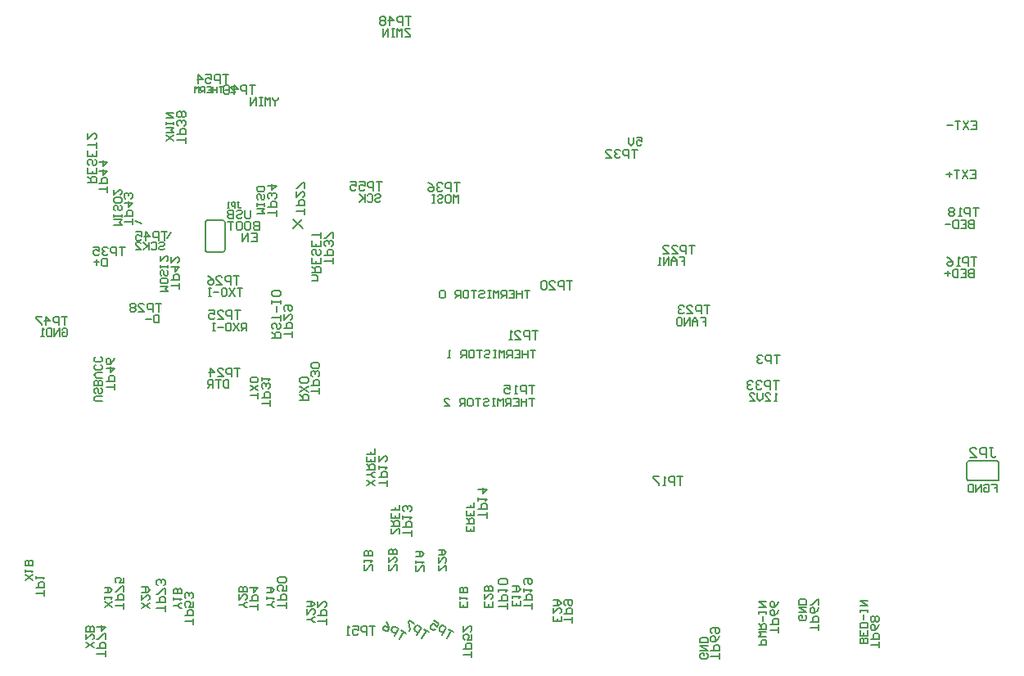
<source format=gbo>
G04 Layer_Color=32896*
%FSLAX25Y25*%
%MOIN*%
G70*
G01*
G75*
%ADD12C,0.00800*%
%ADD64C,0.00700*%
%ADD140C,0.00600*%
%ADD141C,0.00500*%
G54D12*
X119700Y193600D02*
X123600Y189700D01*
X119600D02*
X123500Y193600D01*
X68400Y185900D02*
X70100Y188200D01*
X55300Y192800D02*
X57900Y191900D01*
G54D64*
X403334Y100399D02*
X404667D01*
X404001D01*
Y97066D01*
X404667Y96400D01*
X405334D01*
X406000Y97066D01*
X402001Y96400D02*
Y100399D01*
X400002D01*
X399336Y99732D01*
Y98399D01*
X400002Y97733D01*
X402001D01*
X395337Y96400D02*
X398003D01*
X395337Y99066D01*
Y99732D01*
X396003Y100399D01*
X397336D01*
X398003Y99732D01*
G54D140*
X90894Y180016D02*
X91601Y180309D01*
X91894Y181016D01*
Y192016D02*
X91601Y192723D01*
X90894Y193016D01*
X84894D02*
X84187Y192723D01*
X83894Y192016D01*
Y181016D02*
X84187Y180309D01*
X84894Y180016D01*
X394175Y87975D02*
X394468Y87268D01*
X395175Y86975D01*
X406175D02*
X406882Y87268D01*
X407175Y87975D01*
Y93975D02*
X406882Y94682D01*
X406175Y94975D01*
X395175D02*
X394468Y94682D01*
X394175Y93975D01*
X83894Y181016D02*
Y192016D01*
X84894Y193016D02*
X90894D01*
X84894Y180016D02*
X90894D01*
X91894Y181016D02*
Y192016D01*
X395175Y94975D02*
X406175D01*
X407175Y87975D02*
Y93975D01*
X394175Y87975D02*
Y93975D01*
X395175Y86975D02*
X406175D01*
X155900Y208699D02*
X153567D01*
X154734D01*
Y205200D01*
X152401D02*
Y208699D01*
X150652D01*
X150069Y208116D01*
Y206949D01*
X150652Y206366D01*
X152401D01*
X146570Y208699D02*
X148902D01*
Y206949D01*
X147736Y207533D01*
X147153D01*
X146570Y206949D01*
Y205783D01*
X147153Y205200D01*
X148319D01*
X148902Y205783D01*
X143071Y208699D02*
X145403D01*
Y206949D01*
X144237Y207533D01*
X143654D01*
X143071Y206949D01*
Y205783D01*
X143654Y205200D01*
X144820D01*
X145403Y205783D01*
X93400Y252299D02*
X91067D01*
X92234D01*
Y248800D01*
X89901D02*
Y252299D01*
X88152D01*
X87569Y251716D01*
Y250549D01*
X88152Y249966D01*
X89901D01*
X84070Y252299D02*
X86402D01*
Y250549D01*
X85236Y251133D01*
X84653D01*
X84070Y250549D01*
Y249383D01*
X84653Y248800D01*
X85819D01*
X86402Y249383D01*
X81154Y248800D02*
Y252299D01*
X82903Y250549D01*
X80571D01*
X51300Y182199D02*
X48967D01*
X50134D01*
Y178700D01*
X47801D02*
Y182199D01*
X46052D01*
X45469Y181616D01*
Y180449D01*
X46052Y179866D01*
X47801D01*
X44302Y181616D02*
X43719Y182199D01*
X42553D01*
X41970Y181616D01*
Y181033D01*
X42553Y180449D01*
X43136D01*
X42553D01*
X41970Y179866D01*
Y179283D01*
X42553Y178700D01*
X43719D01*
X44302Y179283D01*
X38471Y182199D02*
X40803D01*
Y180449D01*
X39637Y181033D01*
X39054D01*
X38471Y180449D01*
Y179283D01*
X39054Y178700D01*
X40220D01*
X40803Y179283D01*
X66100Y159199D02*
X63767D01*
X64934D01*
Y155700D01*
X62601D02*
Y159199D01*
X60852D01*
X60269Y158616D01*
Y157449D01*
X60852Y156866D01*
X62601D01*
X56770Y155700D02*
X59102D01*
X56770Y158033D01*
Y158616D01*
X57353Y159199D01*
X58519D01*
X59102Y158616D01*
X55603D02*
X55020Y159199D01*
X53854D01*
X53271Y158616D01*
Y158033D01*
X53854Y157449D01*
X53271Y156866D01*
Y156283D01*
X53854Y155700D01*
X55020D01*
X55603Y156283D01*
Y156866D01*
X55020Y157449D01*
X55603Y158033D01*
Y158616D01*
X55020Y157449D02*
X53854D01*
X124399Y195500D02*
Y197833D01*
Y196666D01*
X120900D01*
Y198999D02*
X124399D01*
Y200748D01*
X123816Y201331D01*
X122649D01*
X122066Y200748D01*
Y198999D01*
X120900Y204830D02*
Y202498D01*
X123233Y204830D01*
X123816D01*
X124399Y204247D01*
Y203081D01*
X123816Y202498D01*
X124399Y205997D02*
Y208329D01*
X123816D01*
X121483Y205997D01*
X120900D01*
X198699Y71900D02*
Y74233D01*
Y73066D01*
X195200D01*
Y75399D02*
X198699D01*
Y77148D01*
X198116Y77731D01*
X196949D01*
X196366Y77148D01*
Y75399D01*
X195200Y78898D02*
Y80064D01*
Y79481D01*
X198699D01*
X198116Y78898D01*
X195200Y83563D02*
X198699D01*
X196949Y81814D01*
Y84146D01*
X167999Y64500D02*
Y66833D01*
Y65666D01*
X164500D01*
Y67999D02*
X167999D01*
Y69748D01*
X167416Y70331D01*
X166249D01*
X165666Y69748D01*
Y67999D01*
X164500Y71498D02*
Y72664D01*
Y72081D01*
X167999D01*
X167416Y71498D01*
Y74414D02*
X167999Y74997D01*
Y76163D01*
X167416Y76746D01*
X166833D01*
X166249Y76163D01*
Y75580D01*
Y76163D01*
X165666Y76746D01*
X165083D01*
X164500Y76163D01*
Y74997D01*
X165083Y74414D01*
X158099Y84800D02*
Y87133D01*
Y85966D01*
X154600D01*
Y88299D02*
X158099D01*
Y90048D01*
X157516Y90631D01*
X156349D01*
X155766Y90048D01*
Y88299D01*
X154600Y91798D02*
Y92964D01*
Y92381D01*
X158099D01*
X157516Y91798D01*
X154600Y97046D02*
Y94713D01*
X156933Y97046D01*
X157516D01*
X158099Y96463D01*
Y95297D01*
X157516Y94713D01*
X67699Y33800D02*
Y36133D01*
Y34966D01*
X64200D01*
Y37299D02*
X67699D01*
Y39048D01*
X67116Y39632D01*
X65949D01*
X65366Y39048D01*
Y37299D01*
X67699Y40798D02*
Y43130D01*
X67116D01*
X64783Y40798D01*
X64200D01*
X67116Y44297D02*
X67699Y44880D01*
Y46046D01*
X67116Y46629D01*
X66533D01*
X65949Y46046D01*
Y45463D01*
Y46046D01*
X65366Y46629D01*
X64783D01*
X64200Y46046D01*
Y44880D01*
X64783Y44297D01*
X43299Y15300D02*
Y17633D01*
Y16466D01*
X39800D01*
Y18799D02*
X43299D01*
Y20548D01*
X42716Y21132D01*
X41549D01*
X40966Y20548D01*
Y18799D01*
X43299Y22298D02*
Y24630D01*
X42716D01*
X40383Y22298D01*
X39800D01*
Y27546D02*
X43299D01*
X41549Y25797D01*
Y28129D01*
X50774Y34775D02*
Y37107D01*
Y35941D01*
X47275D01*
Y38274D02*
X50774D01*
Y40023D01*
X50191Y40606D01*
X49024D01*
X48441Y40023D01*
Y38274D01*
X50774Y41772D02*
Y44105D01*
X50191D01*
X47858Y41772D01*
X47275D01*
X50774Y47604D02*
Y45271D01*
X49024D01*
X49607Y46438D01*
Y47021D01*
X49024Y47604D01*
X47858D01*
X47275Y47021D01*
Y45855D01*
X47858Y45271D01*
X260000Y221899D02*
X257667D01*
X258834D01*
Y218400D01*
X256501D02*
Y221899D01*
X254752D01*
X254169Y221316D01*
Y220149D01*
X254752Y219566D01*
X256501D01*
X253002Y221316D02*
X252419Y221899D01*
X251253D01*
X250670Y221316D01*
Y220733D01*
X251253Y220149D01*
X251836D01*
X251253D01*
X250670Y219566D01*
Y218983D01*
X251253Y218400D01*
X252419D01*
X253002Y218983D01*
X247171Y218400D02*
X249503D01*
X247171Y220733D01*
Y221316D01*
X247754Y221899D01*
X248920D01*
X249503Y221316D01*
X110399Y117400D02*
Y119733D01*
Y118566D01*
X106900D01*
Y120899D02*
X110399D01*
Y122648D01*
X109816Y123231D01*
X108649D01*
X108066Y122648D01*
Y120899D01*
X109816Y124398D02*
X110399Y124981D01*
Y126147D01*
X109816Y126730D01*
X109233D01*
X108649Y126147D01*
Y125564D01*
Y126147D01*
X108066Y126730D01*
X107483D01*
X106900Y126147D01*
Y124981D01*
X107483Y124398D01*
X106900Y127897D02*
Y129063D01*
Y128480D01*
X110399D01*
X109816Y127897D01*
X130499Y122300D02*
Y124633D01*
Y123466D01*
X127000D01*
Y125799D02*
X130499D01*
Y127548D01*
X129916Y128131D01*
X128749D01*
X128166Y127548D01*
Y125799D01*
X129916Y129298D02*
X130499Y129881D01*
Y131047D01*
X129916Y131630D01*
X129333D01*
X128749Y131047D01*
Y130464D01*
Y131047D01*
X128166Y131630D01*
X127583D01*
X127000Y131047D01*
Y129881D01*
X127583Y129298D01*
X129916Y132797D02*
X130499Y133380D01*
Y134546D01*
X129916Y135129D01*
X127583D01*
X127000Y134546D01*
Y133380D01*
X127583Y132797D01*
X129916D01*
X119399Y145600D02*
Y147933D01*
Y146766D01*
X115900D01*
Y149099D02*
X119399D01*
Y150848D01*
X118816Y151431D01*
X117649D01*
X117066Y150848D01*
Y149099D01*
X115900Y154930D02*
Y152598D01*
X118233Y154930D01*
X118816D01*
X119399Y154347D01*
Y153181D01*
X118816Y152598D01*
X116483Y156097D02*
X115900Y156680D01*
Y157846D01*
X116483Y158429D01*
X118816D01*
X119399Y157846D01*
Y156680D01*
X118816Y156097D01*
X118233D01*
X117649Y156680D01*
Y158429D01*
X97800Y170399D02*
X95467D01*
X96634D01*
Y166900D01*
X94301D02*
Y170399D01*
X92552D01*
X91969Y169816D01*
Y168649D01*
X92552Y168066D01*
X94301D01*
X88470Y166900D02*
X90802D01*
X88470Y169233D01*
Y169816D01*
X89053Y170399D01*
X90219D01*
X90802Y169816D01*
X84971Y170399D02*
X86137Y169816D01*
X87303Y168649D01*
Y167483D01*
X86720Y166900D01*
X85554D01*
X84971Y167483D01*
Y168066D01*
X85554Y168649D01*
X87303D01*
X98300Y156399D02*
X95967D01*
X97134D01*
Y152900D01*
X94801D02*
Y156399D01*
X93052D01*
X92469Y155816D01*
Y154649D01*
X93052Y154066D01*
X94801D01*
X88970Y152900D02*
X91302D01*
X88970Y155233D01*
Y155816D01*
X89553Y156399D01*
X90719D01*
X91302Y155816D01*
X85471Y156399D02*
X87803D01*
Y154649D01*
X86637Y155233D01*
X86054D01*
X85471Y154649D01*
Y153483D01*
X86054Y152900D01*
X87220D01*
X87803Y153483D01*
X98200Y132799D02*
X95867D01*
X97034D01*
Y129300D01*
X94701D02*
Y132799D01*
X92952D01*
X92369Y132216D01*
Y131049D01*
X92952Y130466D01*
X94701D01*
X88870Y129300D02*
X91202D01*
X88870Y131633D01*
Y132216D01*
X89453Y132799D01*
X90619D01*
X91202Y132216D01*
X85954Y129300D02*
Y132799D01*
X87703Y131049D01*
X85371D01*
X399000Y198199D02*
X396667D01*
X397834D01*
Y194700D01*
X395501D02*
Y198199D01*
X393752D01*
X393169Y197616D01*
Y196449D01*
X393752Y195866D01*
X395501D01*
X392002Y194700D02*
X390836D01*
X391419D01*
Y198199D01*
X392002Y197616D01*
X389087D02*
X388503Y198199D01*
X387337D01*
X386754Y197616D01*
Y197033D01*
X387337Y196449D01*
X386754Y195866D01*
Y195283D01*
X387337Y194700D01*
X388503D01*
X389087Y195283D01*
Y195866D01*
X388503Y196449D01*
X389087Y197033D01*
Y197616D01*
X388503Y196449D02*
X387337D01*
X278500Y88699D02*
X276167D01*
X277334D01*
Y85200D01*
X275001D02*
Y88699D01*
X273252D01*
X272669Y88116D01*
Y86949D01*
X273252Y86366D01*
X275001D01*
X271502Y85200D02*
X270336D01*
X270919D01*
Y88699D01*
X271502Y88116D01*
X268586Y88699D02*
X266254D01*
Y88116D01*
X268586Y85783D01*
Y85200D01*
X398200Y177999D02*
X395867D01*
X397034D01*
Y174500D01*
X394701D02*
Y177999D01*
X392952D01*
X392369Y177416D01*
Y176249D01*
X392952Y175666D01*
X394701D01*
X391202Y174500D02*
X390036D01*
X390619D01*
Y177999D01*
X391202Y177416D01*
X385954Y177999D02*
X387120Y177416D01*
X388286Y176249D01*
Y175083D01*
X387703Y174500D01*
X386537D01*
X385954Y175083D01*
Y175666D01*
X386537Y176249D01*
X388286D01*
X318000Y138199D02*
X315667D01*
X316834D01*
Y134700D01*
X314501D02*
Y138199D01*
X312752D01*
X312169Y137616D01*
Y136449D01*
X312752Y135866D01*
X314501D01*
X311002Y137616D02*
X310419Y138199D01*
X309253D01*
X308670Y137616D01*
Y137033D01*
X309253Y136449D01*
X309836D01*
X309253D01*
X308670Y135866D01*
Y135283D01*
X309253Y134700D01*
X310419D01*
X311002Y135283D01*
X219400Y148099D02*
X217067D01*
X218234D01*
Y144600D01*
X215901D02*
Y148099D01*
X214152D01*
X213569Y147516D01*
Y146349D01*
X214152Y145766D01*
X215901D01*
X210070Y144600D02*
X212402D01*
X210070Y146933D01*
Y147516D01*
X210653Y148099D01*
X211819D01*
X212402Y147516D01*
X208903Y144600D02*
X207737D01*
X208320D01*
Y148099D01*
X208903Y147516D01*
X233500Y168299D02*
X231167D01*
X232334D01*
Y164800D01*
X230001D02*
Y168299D01*
X228252D01*
X227669Y167716D01*
Y166549D01*
X228252Y165966D01*
X230001D01*
X224170Y164800D02*
X226502D01*
X224170Y167133D01*
Y167716D01*
X224753Y168299D01*
X225919D01*
X226502Y167716D01*
X223003D02*
X222420Y168299D01*
X221254D01*
X220671Y167716D01*
Y165383D01*
X221254Y164800D01*
X222420D01*
X223003Y165383D01*
Y167716D01*
X218100Y125899D02*
X215767D01*
X216934D01*
Y122400D01*
X214601D02*
Y125899D01*
X212852D01*
X212269Y125316D01*
Y124149D01*
X212852Y123566D01*
X214601D01*
X211102Y122400D02*
X209936D01*
X210519D01*
Y125899D01*
X211102Y125316D01*
X205854Y125899D02*
X208187D01*
Y124149D01*
X207020Y124733D01*
X206437D01*
X205854Y124149D01*
Y122983D01*
X206437Y122400D01*
X207603D01*
X208187Y122983D01*
X112899Y194900D02*
Y197233D01*
Y196066D01*
X109400D01*
Y198399D02*
X112899D01*
Y200148D01*
X112316Y200731D01*
X111149D01*
X110566Y200148D01*
Y198399D01*
X112316Y201898D02*
X112899Y202481D01*
Y203647D01*
X112316Y204230D01*
X111733D01*
X111149Y203647D01*
Y203064D01*
Y203647D01*
X110566Y204230D01*
X109983D01*
X109400Y203647D01*
Y202481D01*
X109983Y201898D01*
X109400Y207146D02*
X112899D01*
X111149Y205397D01*
Y207729D01*
X187600Y208299D02*
X185267D01*
X186434D01*
Y204800D01*
X184101D02*
Y208299D01*
X182352D01*
X181769Y207716D01*
Y206549D01*
X182352Y205966D01*
X184101D01*
X180602Y207716D02*
X180019Y208299D01*
X178853D01*
X178270Y207716D01*
Y207133D01*
X178853Y206549D01*
X179436D01*
X178853D01*
X178270Y205966D01*
Y205383D01*
X178853Y204800D01*
X180019D01*
X180602Y205383D01*
X174771Y208299D02*
X175937Y207716D01*
X177103Y206549D01*
Y205383D01*
X176520Y204800D01*
X175354D01*
X174771Y205383D01*
Y205966D01*
X175354Y206549D01*
X177103D01*
X135999Y175400D02*
Y177733D01*
Y176566D01*
X132500D01*
Y178899D02*
X135999D01*
Y180648D01*
X135416Y181231D01*
X134249D01*
X133666Y180648D01*
Y178899D01*
X135416Y182398D02*
X135999Y182981D01*
Y184147D01*
X135416Y184730D01*
X134833D01*
X134249Y184147D01*
Y183564D01*
Y184147D01*
X133666Y184730D01*
X133083D01*
X132500Y184147D01*
Y182981D01*
X133083Y182398D01*
X135999Y185897D02*
Y188229D01*
X135416D01*
X133083Y185897D01*
X132500D01*
X75999Y224500D02*
Y226833D01*
Y225666D01*
X72500D01*
Y227999D02*
X75999D01*
Y229748D01*
X75416Y230331D01*
X74249D01*
X73666Y229748D01*
Y227999D01*
X75416Y231498D02*
X75999Y232081D01*
Y233247D01*
X75416Y233830D01*
X74833D01*
X74249Y233247D01*
Y232664D01*
Y233247D01*
X73666Y233830D01*
X73083D01*
X72500Y233247D01*
Y232081D01*
X73083Y231498D01*
X75416Y234997D02*
X75999Y235580D01*
Y236746D01*
X75416Y237329D01*
X74833D01*
X74249Y236746D01*
X73666Y237329D01*
X73083D01*
X72500Y236746D01*
Y235580D01*
X73083Y234997D01*
X73666D01*
X74249Y235580D01*
X74833Y234997D01*
X75416D01*
X74249Y235580D02*
Y236746D01*
X104300Y248099D02*
X101967D01*
X103134D01*
Y244600D01*
X100801D02*
Y248099D01*
X99052D01*
X98469Y247516D01*
Y246349D01*
X99052Y245766D01*
X100801D01*
X95553Y244600D02*
Y248099D01*
X97302Y246349D01*
X94970D01*
X93803Y247516D02*
X93220Y248099D01*
X92054D01*
X91471Y247516D01*
Y245183D01*
X92054Y244600D01*
X93220D01*
X93803Y245183D01*
Y247516D01*
X73399Y165200D02*
Y167533D01*
Y166366D01*
X69900D01*
Y168699D02*
X73399D01*
Y170448D01*
X72816Y171031D01*
X71649D01*
X71066Y170448D01*
Y168699D01*
X69900Y173947D02*
X73399D01*
X71649Y172198D01*
Y174530D01*
X69900Y178029D02*
Y175697D01*
X72233Y178029D01*
X72816D01*
X73399Y177446D01*
Y176280D01*
X72816Y175697D01*
X54399Y191400D02*
Y193733D01*
Y192566D01*
X50900D01*
Y194899D02*
X54399D01*
Y196648D01*
X53816Y197231D01*
X52649D01*
X52066Y196648D01*
Y194899D01*
X50900Y200147D02*
X54399D01*
X52649Y198398D01*
Y200730D01*
X53816Y201897D02*
X54399Y202480D01*
Y203646D01*
X53816Y204229D01*
X53233D01*
X52649Y203646D01*
Y203063D01*
Y203646D01*
X52066Y204229D01*
X51483D01*
X50900Y203646D01*
Y202480D01*
X51483Y201897D01*
X44199Y204500D02*
Y206833D01*
Y205666D01*
X40700D01*
Y207999D02*
X44199D01*
Y209748D01*
X43616Y210331D01*
X42449D01*
X41866Y209748D01*
Y207999D01*
X40700Y213247D02*
X44199D01*
X42449Y211498D01*
Y213830D01*
X40700Y216746D02*
X44199D01*
X42449Y214997D01*
Y217329D01*
X68400Y188299D02*
X66067D01*
X67234D01*
Y184800D01*
X64901D02*
Y188299D01*
X63152D01*
X62569Y187716D01*
Y186549D01*
X63152Y185966D01*
X64901D01*
X59653Y184800D02*
Y188299D01*
X61402Y186549D01*
X59070D01*
X55571Y188299D02*
X57903D01*
Y186549D01*
X56737Y187133D01*
X56154D01*
X55571Y186549D01*
Y185383D01*
X56154Y184800D01*
X57320D01*
X57903Y185383D01*
X47099Y124100D02*
Y126433D01*
Y125266D01*
X43600D01*
Y127599D02*
X47099D01*
Y129348D01*
X46516Y129931D01*
X45349D01*
X44766Y129348D01*
Y127599D01*
X43600Y132847D02*
X47099D01*
X45349Y131098D01*
Y133430D01*
X47099Y136929D02*
X46516Y135763D01*
X45349Y134597D01*
X44183D01*
X43600Y135180D01*
Y136346D01*
X44183Y136929D01*
X44766D01*
X45349Y136346D01*
Y134597D01*
X27800Y153799D02*
X25467D01*
X26634D01*
Y150300D01*
X24301D02*
Y153799D01*
X22552D01*
X21969Y153216D01*
Y152049D01*
X22552Y151466D01*
X24301D01*
X19053Y150300D02*
Y153799D01*
X20802Y152049D01*
X18470D01*
X17303Y153799D02*
X14971D01*
Y153216D01*
X17303Y150883D01*
Y150300D01*
X167800Y276099D02*
X165467D01*
X166634D01*
Y272600D01*
X164301D02*
Y276099D01*
X162552D01*
X161969Y275516D01*
Y274349D01*
X162552Y273766D01*
X164301D01*
X159053Y272600D02*
Y276099D01*
X160802Y274349D01*
X158470D01*
X157303Y275516D02*
X156720Y276099D01*
X155554D01*
X154971Y275516D01*
Y274933D01*
X155554Y274349D01*
X154971Y273766D01*
Y273183D01*
X155554Y272600D01*
X156720D01*
X157303Y273183D01*
Y273766D01*
X156720Y274349D01*
X157303Y274933D01*
Y275516D01*
X156720Y274349D02*
X155554D01*
X317499Y25100D02*
Y27433D01*
Y26266D01*
X314000D01*
Y28599D02*
X317499D01*
Y30348D01*
X316916Y30931D01*
X315749D01*
X315166Y30348D01*
Y28599D01*
X317499Y34430D02*
X316916Y33264D01*
X315749Y32098D01*
X314583D01*
X314000Y32681D01*
Y33847D01*
X314583Y34430D01*
X315166D01*
X315749Y33847D01*
Y32098D01*
X317499Y37929D02*
X316916Y36763D01*
X315749Y35597D01*
X314583D01*
X314000Y36180D01*
Y37346D01*
X314583Y37929D01*
X315166D01*
X315749Y37346D01*
Y35597D01*
X333799Y26000D02*
Y28333D01*
Y27166D01*
X330300D01*
Y29499D02*
X333799D01*
Y31248D01*
X333216Y31831D01*
X332049D01*
X331466Y31248D01*
Y29499D01*
X333799Y35330D02*
X333216Y34164D01*
X332049Y32998D01*
X330883D01*
X330300Y33581D01*
Y34747D01*
X330883Y35330D01*
X331466D01*
X332049Y34747D01*
Y32998D01*
X333799Y36497D02*
Y38829D01*
X333216D01*
X330883Y36497D01*
X330300D01*
X358399Y19100D02*
Y21433D01*
Y20266D01*
X354900D01*
Y22599D02*
X358399D01*
Y24348D01*
X357816Y24931D01*
X356649D01*
X356066Y24348D01*
Y22599D01*
X358399Y28430D02*
X357816Y27264D01*
X356649Y26098D01*
X355483D01*
X354900Y26681D01*
Y27847D01*
X355483Y28430D01*
X356066D01*
X356649Y27847D01*
Y26098D01*
X357816Y29597D02*
X358399Y30180D01*
Y31346D01*
X357816Y31929D01*
X357233D01*
X356649Y31346D01*
X356066Y31929D01*
X355483D01*
X354900Y31346D01*
Y30180D01*
X355483Y29597D01*
X356066D01*
X356649Y30180D01*
X357233Y29597D01*
X357816D01*
X356649Y30180D02*
Y31346D01*
X293299Y14300D02*
Y16633D01*
Y15466D01*
X289800D01*
Y17799D02*
X293299D01*
Y19548D01*
X292716Y20132D01*
X291549D01*
X290966Y19548D01*
Y17799D01*
X293299Y23630D02*
X292716Y22464D01*
X291549Y21298D01*
X290383D01*
X289800Y21881D01*
Y23047D01*
X290383Y23630D01*
X290966D01*
X291549Y23047D01*
Y21298D01*
X290383Y24797D02*
X289800Y25380D01*
Y26546D01*
X290383Y27129D01*
X292716D01*
X293299Y26546D01*
Y25380D01*
X292716Y24797D01*
X292133D01*
X291549Y25380D01*
Y27129D01*
X18499Y40000D02*
Y42333D01*
Y41166D01*
X15000D01*
Y43499D02*
X18499D01*
Y45248D01*
X17916Y45832D01*
X16749D01*
X16166Y45248D01*
Y43499D01*
X15000Y46998D02*
Y48164D01*
Y47581D01*
X18499D01*
X17916Y46998D01*
X133299Y28500D02*
Y30833D01*
Y29666D01*
X129800D01*
Y31999D02*
X133299D01*
Y33748D01*
X132716Y34332D01*
X131549D01*
X130966Y33748D01*
Y31999D01*
X129800Y37830D02*
Y35498D01*
X132133Y37830D01*
X132716D01*
X133299Y37247D01*
Y36081D01*
X132716Y35498D01*
X105499Y34600D02*
Y36933D01*
Y35766D01*
X102000D01*
Y38099D02*
X105499D01*
Y39848D01*
X104916Y40431D01*
X103749D01*
X103166Y39848D01*
Y38099D01*
X102000Y43347D02*
X105499D01*
X103749Y41598D01*
Y43930D01*
X116999Y35000D02*
Y37333D01*
Y36166D01*
X113500D01*
Y38499D02*
X116999D01*
Y40248D01*
X116416Y40832D01*
X115249D01*
X114666Y40248D01*
Y38499D01*
X116999Y44330D02*
Y41998D01*
X115249D01*
X115833Y43164D01*
Y43747D01*
X115249Y44330D01*
X114083D01*
X113500Y43747D01*
Y42581D01*
X114083Y41998D01*
X116416Y45497D02*
X116999Y46080D01*
Y47246D01*
X116416Y47829D01*
X114083D01*
X113500Y47246D01*
Y46080D01*
X114083Y45497D01*
X116416D01*
X79099Y28500D02*
Y30833D01*
Y29666D01*
X75600D01*
Y31999D02*
X79099D01*
Y33748D01*
X78516Y34332D01*
X77349D01*
X76766Y33748D01*
Y31999D01*
X79099Y37830D02*
Y35498D01*
X77349D01*
X77933Y36664D01*
Y37247D01*
X77349Y37830D01*
X76183D01*
X75600Y37247D01*
Y36081D01*
X76183Y35498D01*
X78516Y38997D02*
X79099Y39580D01*
Y40746D01*
X78516Y41329D01*
X77933D01*
X77349Y40746D01*
Y40163D01*
Y40746D01*
X76766Y41329D01*
X76183D01*
X75600Y40746D01*
Y39580D01*
X76183Y38997D01*
X185149Y25330D02*
X183129Y26496D01*
X184139Y25913D01*
X182390Y22883D01*
X180370Y24049D02*
X182119Y27080D01*
X180604Y27954D01*
X179808Y27741D01*
X179225Y26731D01*
X179438Y25934D01*
X180953Y25060D01*
X177069Y29995D02*
X179089Y28829D01*
X178215Y27314D01*
X177496Y28402D01*
X176991Y28694D01*
X176194Y28480D01*
X175611Y27470D01*
X175825Y26674D01*
X176835Y26090D01*
X177631Y26304D01*
X165749Y24930D02*
X163729Y26096D01*
X164739Y25513D01*
X162990Y22483D01*
X160970Y23649D02*
X162719Y26680D01*
X161204Y27554D01*
X160408Y27341D01*
X159825Y26331D01*
X160038Y25534D01*
X161553Y24659D01*
X157669Y29595D02*
X158388Y28507D01*
X158815Y26914D01*
X158231Y25904D01*
X157435Y25690D01*
X156425Y26274D01*
X156211Y27070D01*
X156503Y27575D01*
X157299Y27789D01*
X158815Y26914D01*
X174949Y25330D02*
X172929Y26496D01*
X173939Y25913D01*
X172190Y22883D01*
X170170Y24049D02*
X171919Y27080D01*
X170404Y27954D01*
X169608Y27741D01*
X169025Y26731D01*
X169238Y25934D01*
X170753Y25060D01*
X168889Y28829D02*
X166869Y29995D01*
X166578Y29490D01*
X167431Y26304D01*
X167140Y25799D01*
X153200Y27699D02*
X150867D01*
X152034D01*
Y24200D01*
X149701D02*
Y27699D01*
X147952D01*
X147369Y27116D01*
Y25949D01*
X147952Y25366D01*
X149701D01*
X143870Y27699D02*
X146202D01*
Y25949D01*
X145036Y26533D01*
X144453D01*
X143870Y25949D01*
Y24783D01*
X144453Y24200D01*
X145619D01*
X146202Y24783D01*
X142703Y24200D02*
X141537D01*
X142120D01*
Y27699D01*
X142703Y27116D01*
X233499Y29200D02*
Y31533D01*
Y30366D01*
X230000D01*
Y32699D02*
X233499D01*
Y34448D01*
X232916Y35032D01*
X231749D01*
X231166Y34448D01*
Y32699D01*
X230583Y36198D02*
X230000Y36781D01*
Y37947D01*
X230583Y38530D01*
X232916D01*
X233499Y37947D01*
Y36781D01*
X232916Y36198D01*
X232333D01*
X231749Y36781D01*
Y38530D01*
X206999Y34700D02*
Y37033D01*
Y35866D01*
X203500D01*
Y38199D02*
X206999D01*
Y39948D01*
X206416Y40532D01*
X205249D01*
X204666Y39948D01*
Y38199D01*
X203500Y41698D02*
Y42864D01*
Y42281D01*
X206999D01*
X206416Y41698D01*
Y44614D02*
X206999Y45197D01*
Y46363D01*
X206416Y46946D01*
X204083D01*
X203500Y46363D01*
Y45197D01*
X204083Y44614D01*
X206416D01*
X217099Y34900D02*
Y37233D01*
Y36066D01*
X213600D01*
Y38399D02*
X217099D01*
Y40148D01*
X216516Y40731D01*
X215349D01*
X214766Y40148D01*
Y38399D01*
X213600Y41898D02*
Y43064D01*
Y42481D01*
X217099D01*
X216516Y41898D01*
X214183Y44813D02*
X213600Y45397D01*
Y46563D01*
X214183Y47146D01*
X216516D01*
X217099Y46563D01*
Y45397D01*
X216516Y44813D01*
X215933D01*
X215349Y45397D01*
Y47146D01*
X192499Y15100D02*
Y17433D01*
Y16266D01*
X189000D01*
Y18599D02*
X192499D01*
Y20348D01*
X191916Y20932D01*
X190749D01*
X190166Y20348D01*
Y18599D01*
X192499Y24430D02*
Y22098D01*
X190749D01*
X191333Y23264D01*
Y23847D01*
X190749Y24430D01*
X189583D01*
X189000Y23847D01*
Y22681D01*
X189583Y22098D01*
X189000Y27929D02*
Y25597D01*
X191333Y27929D01*
X191916D01*
X192499Y27346D01*
Y26180D01*
X191916Y25597D01*
X283300Y182899D02*
X280967D01*
X282134D01*
Y179400D01*
X279801D02*
Y182899D01*
X278052D01*
X277469Y182316D01*
Y181149D01*
X278052Y180566D01*
X279801D01*
X273970Y179400D02*
X276302D01*
X273970Y181733D01*
Y182316D01*
X274553Y182899D01*
X275719D01*
X276302Y182316D01*
X270471Y179400D02*
X272803D01*
X270471Y181733D01*
Y182316D01*
X271054Y182899D01*
X272220D01*
X272803Y182316D01*
X289400Y158499D02*
X287067D01*
X288234D01*
Y155000D01*
X285901D02*
Y158499D01*
X284152D01*
X283569Y157916D01*
Y156749D01*
X284152Y156166D01*
X285901D01*
X280070Y155000D02*
X282402D01*
X280070Y157333D01*
Y157916D01*
X280653Y158499D01*
X281819D01*
X282402Y157916D01*
X278903D02*
X278320Y158499D01*
X277154D01*
X276571Y157916D01*
Y157333D01*
X277154Y156749D01*
X277737D01*
X277154D01*
X276571Y156166D01*
Y155583D01*
X277154Y155000D01*
X278320D01*
X278903Y155583D01*
X317600Y127699D02*
X315267D01*
X316434D01*
Y124200D01*
X314101D02*
Y127699D01*
X312352D01*
X311769Y127116D01*
Y125949D01*
X312352Y125366D01*
X314101D01*
X310602Y127116D02*
X310019Y127699D01*
X308853D01*
X308270Y127116D01*
Y126533D01*
X308853Y125949D01*
X309436D01*
X308853D01*
X308270Y125366D01*
Y124783D01*
X308853Y124200D01*
X310019D01*
X310602Y124783D01*
X307103Y127116D02*
X306520Y127699D01*
X305354D01*
X304771Y127116D01*
Y126533D01*
X305354Y125949D01*
X305937D01*
X305354D01*
X304771Y125366D01*
Y124783D01*
X305354Y124200D01*
X306520D01*
X307103Y124783D01*
X13799Y46500D02*
X10600Y48633D01*
X13799D02*
X10600Y46500D01*
Y49699D02*
Y50765D01*
Y50232D01*
X13799D01*
X13266Y49699D01*
X13799Y52365D02*
X10600D01*
Y53964D01*
X11133Y54497D01*
X11666D01*
X12200Y53964D01*
Y52365D01*
Y53964D01*
X12733Y54497D01*
X13266D01*
X13799Y53964D01*
Y52365D01*
X46099Y35600D02*
X42900Y37733D01*
X46099D02*
X42900Y35600D01*
Y38799D02*
Y39865D01*
Y39332D01*
X46099D01*
X45566Y38799D01*
X42900Y41465D02*
X45033D01*
X46099Y42531D01*
X45033Y43597D01*
X42900D01*
X44499D01*
Y41465D01*
X61399Y35100D02*
X58200Y37233D01*
X61399D02*
X58200Y35100D01*
Y40432D02*
Y38299D01*
X60333Y40432D01*
X60866D01*
X61399Y39898D01*
Y38832D01*
X60866Y38299D01*
X58200Y41498D02*
X60333D01*
X61399Y42564D01*
X60333Y43631D01*
X58200D01*
X59799D01*
Y41498D01*
X395742Y233274D02*
X397875D01*
Y230075D01*
X395742D01*
X397875Y231674D02*
X396809D01*
X394676Y233274D02*
X392543Y230075D01*
Y233274D02*
X394676Y230075D01*
X391477Y233274D02*
X389344D01*
X390410D01*
Y230075D01*
X388278Y231674D02*
X386145D01*
X395442Y213274D02*
X397575D01*
Y210075D01*
X395442D01*
X397575Y211674D02*
X396509D01*
X394376Y213274D02*
X392243Y210075D01*
Y213274D02*
X394376Y210075D01*
X391177Y213274D02*
X389044D01*
X390110D01*
Y210075D01*
X387978Y211674D02*
X385845D01*
X386912Y212741D02*
Y210608D01*
X396975Y193074D02*
Y189875D01*
X395375D01*
X394842Y190408D01*
Y190941D01*
X395375Y191474D01*
X396975D01*
X395375D01*
X394842Y192007D01*
Y192541D01*
X395375Y193074D01*
X396975D01*
X391643D02*
X393776D01*
Y189875D01*
X391643D01*
X393776Y191474D02*
X392709D01*
X390577Y193074D02*
Y189875D01*
X388977D01*
X388444Y190408D01*
Y192541D01*
X388977Y193074D01*
X390577D01*
X387378Y191474D02*
X385245D01*
X396875Y172974D02*
Y169775D01*
X395275D01*
X394742Y170308D01*
Y170841D01*
X395275Y171374D01*
X396875D01*
X395275D01*
X394742Y171907D01*
Y172441D01*
X395275Y172974D01*
X396875D01*
X391543D02*
X393676D01*
Y169775D01*
X391543D01*
X393676Y171374D02*
X392610D01*
X390477Y172974D02*
Y169775D01*
X388877D01*
X388344Y170308D01*
Y172441D01*
X388877Y172974D01*
X390477D01*
X387278Y171374D02*
X385145D01*
X386212Y172441D02*
Y170308D01*
X41899Y119300D02*
X39233D01*
X38700Y119833D01*
Y120899D01*
X39233Y121433D01*
X41899D01*
X41366Y124632D02*
X41899Y124099D01*
Y123032D01*
X41366Y122499D01*
X40833D01*
X40299Y123032D01*
Y124099D01*
X39766Y124632D01*
X39233D01*
X38700Y124099D01*
Y123032D01*
X39233Y122499D01*
X41899Y125698D02*
X38700D01*
Y127297D01*
X39233Y127831D01*
X39766D01*
X40299Y127297D01*
Y125698D01*
Y127297D01*
X40833Y127831D01*
X41366D01*
X41899Y127297D01*
Y125698D01*
Y128897D02*
X39766D01*
X38700Y129963D01*
X39766Y131029D01*
X41899D01*
X41366Y134229D02*
X41899Y133695D01*
Y132629D01*
X41366Y132096D01*
X39233D01*
X38700Y132629D01*
Y133695D01*
X39233Y134229D01*
X41366Y137427D02*
X41899Y136894D01*
Y135828D01*
X41366Y135295D01*
X39233D01*
X38700Y135828D01*
Y136894D01*
X39233Y137427D01*
X25667Y148566D02*
X26201Y149099D01*
X27267D01*
X27800Y148566D01*
Y146433D01*
X27267Y145900D01*
X26201D01*
X25667Y146433D01*
Y147500D01*
X26734D01*
X24601Y145900D02*
Y149099D01*
X22468Y145900D01*
Y149099D01*
X21402D02*
Y145900D01*
X19803D01*
X19269Y146433D01*
Y148566D01*
X19803Y149099D01*
X21402D01*
X18203Y145900D02*
X17137D01*
X17670D01*
Y149099D01*
X18203Y148566D01*
X65100Y154499D02*
Y151300D01*
X63500D01*
X62967Y151833D01*
Y153966D01*
X63500Y154499D01*
X65100D01*
X61901Y152900D02*
X59768D01*
X43900Y177599D02*
Y174400D01*
X42301D01*
X41767Y174933D01*
Y177066D01*
X42301Y177599D01*
X43900D01*
X40701Y175999D02*
X38568D01*
X39635Y177066D02*
Y174933D01*
X259567Y226699D02*
X261700D01*
Y225099D01*
X260634Y225633D01*
X260101D01*
X259567Y225099D01*
Y224033D01*
X260101Y223500D01*
X261167D01*
X261700Y224033D01*
X258501Y226699D02*
Y224566D01*
X257435Y223500D01*
X256368Y224566D01*
Y226699D01*
X187100Y200200D02*
Y203399D01*
X186034Y202333D01*
X184967Y203399D01*
Y200200D01*
X182301Y203399D02*
X183368D01*
X183901Y202866D01*
Y200733D01*
X183368Y200200D01*
X182301D01*
X181768Y200733D01*
Y202866D01*
X182301Y203399D01*
X178569Y202866D02*
X179103Y203399D01*
X180169D01*
X180702Y202866D01*
Y202333D01*
X180169Y201800D01*
X179103D01*
X178569Y201266D01*
Y200733D01*
X179103Y200200D01*
X180169D01*
X180702Y200733D01*
X177503Y203399D02*
X176437D01*
X176970D01*
Y200200D01*
X177503D01*
X176437D01*
X153167Y203166D02*
X153700Y203699D01*
X154767D01*
X155300Y203166D01*
Y202633D01*
X154767Y202099D01*
X153700D01*
X153167Y201566D01*
Y201033D01*
X153700Y200500D01*
X154767D01*
X155300Y201033D01*
X149968Y203166D02*
X150502Y203699D01*
X151568D01*
X152101Y203166D01*
Y201033D01*
X151568Y200500D01*
X150502D01*
X149968Y201033D01*
X148902Y203699D02*
Y200500D01*
Y201566D01*
X146769Y203699D01*
X148369Y202099D01*
X146769Y200500D01*
X105000Y195700D02*
X108199D01*
X107133Y196766D01*
X108199Y197833D01*
X105000D01*
X108199Y198899D02*
Y199965D01*
Y199432D01*
X105000D01*
Y198899D01*
Y199965D01*
X107666Y203697D02*
X108199Y203164D01*
Y202098D01*
X107666Y201565D01*
X107133D01*
X106599Y202098D01*
Y203164D01*
X106066Y203697D01*
X105533D01*
X105000Y203164D01*
Y202098D01*
X105533Y201565D01*
X108199Y206363D02*
Y205297D01*
X107666Y204764D01*
X105533D01*
X105000Y205297D01*
Y206363D01*
X105533Y206896D01*
X107666D01*
X108199Y206363D01*
X167400Y271099D02*
X165267D01*
Y270566D01*
X167400Y268433D01*
Y267900D01*
X165267D01*
X164201D02*
Y271099D01*
X163135Y270033D01*
X162068Y271099D01*
Y267900D01*
X161002Y271099D02*
X159936D01*
X160469D01*
Y267900D01*
X161002D01*
X159936D01*
X158336D02*
Y271099D01*
X156204Y267900D01*
Y271099D01*
X113600Y243099D02*
Y242566D01*
X112534Y241499D01*
X111467Y242566D01*
Y243099D01*
X112534Y241499D02*
Y239900D01*
X110401D02*
Y243099D01*
X109335Y242033D01*
X108268Y243099D01*
Y239900D01*
X107202Y243099D02*
X106136D01*
X106669D01*
Y239900D01*
X107202D01*
X106136D01*
X104536D02*
Y243099D01*
X102404Y239900D01*
Y243099D01*
X71199Y225600D02*
X68000Y227733D01*
X71199D02*
X68000Y225600D01*
Y228799D02*
X71199D01*
X70133Y229865D01*
X71199Y230932D01*
X68000D01*
X71199Y231998D02*
Y233064D01*
Y232531D01*
X68000D01*
Y231998D01*
Y233064D01*
Y234664D02*
X71199D01*
X68000Y236796D01*
X71199D01*
X46800Y191200D02*
X49999D01*
X48933Y192266D01*
X49999Y193333D01*
X46800D01*
X49999Y194399D02*
Y195465D01*
Y194932D01*
X46800D01*
Y194399D01*
Y195465D01*
X49466Y199197D02*
X49999Y198664D01*
Y197598D01*
X49466Y197065D01*
X48933D01*
X48399Y197598D01*
Y198664D01*
X47866Y199197D01*
X47333D01*
X46800Y198664D01*
Y197598D01*
X47333Y197065D01*
X49999Y201863D02*
Y200797D01*
X49466Y200264D01*
X47333D01*
X46800Y200797D01*
Y201863D01*
X47333Y202396D01*
X49466D01*
X49999Y201863D01*
X46800Y205595D02*
Y203463D01*
X48933Y205595D01*
X49466D01*
X49999Y205062D01*
Y203996D01*
X49466Y203463D01*
X65167Y183666D02*
X65701Y184199D01*
X66767D01*
X67300Y183666D01*
Y183133D01*
X66767Y182599D01*
X65701D01*
X65167Y182066D01*
Y181533D01*
X65701Y181000D01*
X66767D01*
X67300Y181533D01*
X61968Y183666D02*
X62502Y184199D01*
X63568D01*
X64101Y183666D01*
Y181533D01*
X63568Y181000D01*
X62502D01*
X61968Y181533D01*
X60902Y184199D02*
Y181000D01*
Y182066D01*
X58769Y184199D01*
X60369Y182599D01*
X58769Y181000D01*
X55571D02*
X57703D01*
X55571Y183133D01*
Y183666D01*
X56104Y184199D01*
X57170D01*
X57703Y183666D01*
X65600Y164100D02*
X68799D01*
X67733Y165166D01*
X68799Y166233D01*
X65600D01*
X68799Y168898D02*
Y167832D01*
X68266Y167299D01*
X66133D01*
X65600Y167832D01*
Y168898D01*
X66133Y169432D01*
X68266D01*
X68799Y168898D01*
X68266Y172631D02*
X68799Y172097D01*
Y171031D01*
X68266Y170498D01*
X67733D01*
X67199Y171031D01*
Y172097D01*
X66666Y172631D01*
X66133D01*
X65600Y172097D01*
Y171031D01*
X66133Y170498D01*
X68799Y173697D02*
Y174763D01*
Y174230D01*
X65600D01*
Y173697D01*
Y174763D01*
Y178495D02*
Y176363D01*
X67733Y178495D01*
X68266D01*
X68799Y177962D01*
Y176896D01*
X68266Y176363D01*
X99100Y165399D02*
X96967D01*
X98034D01*
Y162200D01*
X95901Y165399D02*
X93768Y162200D01*
Y165399D02*
X95901Y162200D01*
X92702Y164866D02*
X92169Y165399D01*
X91103D01*
X90569Y164866D01*
Y162733D01*
X91103Y162200D01*
X92169D01*
X92702Y162733D01*
Y164866D01*
X89503Y163800D02*
X87371D01*
X86304Y165399D02*
X85238D01*
X85771D01*
Y162200D01*
X86304D01*
X85238D01*
X93500Y128099D02*
Y124900D01*
X91900D01*
X91367Y125433D01*
Y127566D01*
X91900Y128099D01*
X93500D01*
X90301D02*
X88168D01*
X89235D01*
Y124900D01*
X87102D02*
Y128099D01*
X85503D01*
X84969Y127566D01*
Y126499D01*
X85503Y125966D01*
X87102D01*
X86036D02*
X84969Y124900D01*
X105499Y120600D02*
Y122733D01*
Y121666D01*
X102300D01*
X105499Y123799D02*
X102300Y125932D01*
X105499D02*
X102300Y123799D01*
X104966Y126998D02*
X105499Y127531D01*
Y128597D01*
X104966Y129131D01*
X102833D01*
X102300Y128597D01*
Y127531D01*
X102833Y126998D01*
X104966D01*
X218000Y120599D02*
X215867D01*
X216934D01*
Y117400D01*
X214801Y120599D02*
Y117400D01*
Y119000D01*
X212668D01*
Y120599D01*
Y117400D01*
X209469Y120599D02*
X211602D01*
Y117400D01*
X209469D01*
X211602Y119000D02*
X210536D01*
X208403Y117400D02*
Y120599D01*
X206804D01*
X206270Y120066D01*
Y119000D01*
X206804Y118466D01*
X208403D01*
X207337D02*
X206270Y117400D01*
X205204D02*
Y120599D01*
X204138Y119533D01*
X203071Y120599D01*
Y117400D01*
X202005Y120599D02*
X200939D01*
X201472D01*
Y117400D01*
X202005D01*
X200939D01*
X197207Y120066D02*
X197740Y120599D01*
X198806D01*
X199339Y120066D01*
Y119533D01*
X198806Y119000D01*
X197740D01*
X197207Y118466D01*
Y117933D01*
X197740Y117400D01*
X198806D01*
X199339Y117933D01*
X196140Y120599D02*
X194008D01*
X195074D01*
Y117400D01*
X191342Y120599D02*
X192408D01*
X192941Y120066D01*
Y117933D01*
X192408Y117400D01*
X191342D01*
X190809Y117933D01*
Y120066D01*
X191342Y120599D01*
X189742Y117400D02*
Y120599D01*
X188143D01*
X187610Y120066D01*
Y119000D01*
X188143Y118466D01*
X189742D01*
X188676D02*
X187610Y117400D01*
X181212D02*
X183344D01*
X181212Y119533D01*
Y120066D01*
X181745Y120599D01*
X182811D01*
X183344Y120066D01*
X218500Y140199D02*
X216367D01*
X217434D01*
Y137000D01*
X215301Y140199D02*
Y137000D01*
Y138600D01*
X213168D01*
Y140199D01*
Y137000D01*
X209969Y140199D02*
X212102D01*
Y137000D01*
X209969D01*
X212102Y138600D02*
X211036D01*
X208903Y137000D02*
Y140199D01*
X207304D01*
X206770Y139666D01*
Y138600D01*
X207304Y138066D01*
X208903D01*
X207837D02*
X206770Y137000D01*
X205704D02*
Y140199D01*
X204638Y139133D01*
X203572Y140199D01*
Y137000D01*
X202505Y140199D02*
X201439D01*
X201972D01*
Y137000D01*
X202505D01*
X201439D01*
X197707Y139666D02*
X198240Y140199D01*
X199306D01*
X199839Y139666D01*
Y139133D01*
X199306Y138600D01*
X198240D01*
X197707Y138066D01*
Y137533D01*
X198240Y137000D01*
X199306D01*
X199839Y137533D01*
X196640Y140199D02*
X194508D01*
X195574D01*
Y137000D01*
X191842Y140199D02*
X192908D01*
X193441Y139666D01*
Y137533D01*
X192908Y137000D01*
X191842D01*
X191309Y137533D01*
Y139666D01*
X191842Y140199D01*
X190242Y137000D02*
Y140199D01*
X188643D01*
X188110Y139666D01*
Y138600D01*
X188643Y138066D01*
X190242D01*
X189176D02*
X188110Y137000D01*
X183844D02*
X182778D01*
X183311D01*
Y140199D01*
X183844Y139666D01*
X216200Y164599D02*
X214067D01*
X215134D01*
Y161400D01*
X213001Y164599D02*
Y161400D01*
Y162999D01*
X210868D01*
Y164599D01*
Y161400D01*
X207669Y164599D02*
X209802D01*
Y161400D01*
X207669D01*
X209802Y162999D02*
X208736D01*
X206603Y161400D02*
Y164599D01*
X205004D01*
X204470Y164066D01*
Y162999D01*
X205004Y162466D01*
X206603D01*
X205537D02*
X204470Y161400D01*
X203404D02*
Y164599D01*
X202338Y163533D01*
X201272Y164599D01*
Y161400D01*
X200205Y164599D02*
X199139D01*
X199672D01*
Y161400D01*
X200205D01*
X199139D01*
X195407Y164066D02*
X195940Y164599D01*
X197006D01*
X197539Y164066D01*
Y163533D01*
X197006Y162999D01*
X195940D01*
X195407Y162466D01*
Y161933D01*
X195940Y161400D01*
X197006D01*
X197539Y161933D01*
X194340Y164599D02*
X192208D01*
X193274D01*
Y161400D01*
X189542Y164599D02*
X190608D01*
X191141Y164066D01*
Y161933D01*
X190608Y161400D01*
X189542D01*
X189009Y161933D01*
Y164066D01*
X189542Y164599D01*
X187942Y161400D02*
Y164599D01*
X186343D01*
X185810Y164066D01*
Y162999D01*
X186343Y162466D01*
X187942D01*
X186876D02*
X185810Y161400D01*
X181544Y164066D02*
X181011Y164599D01*
X179945D01*
X179412Y164066D01*
Y161933D01*
X179945Y161400D01*
X181011D01*
X181544Y161933D01*
Y164066D01*
X276967Y177999D02*
X279100D01*
Y176400D01*
X278034D01*
X279100D01*
Y174800D01*
X275901D02*
Y176933D01*
X274835Y177999D01*
X273768Y176933D01*
Y174800D01*
Y176400D01*
X275901D01*
X272702Y174800D02*
Y177999D01*
X270569Y174800D01*
Y177999D01*
X269503Y174800D02*
X268437D01*
X268970D01*
Y177999D01*
X269503Y177466D01*
X285542Y153274D02*
X287675D01*
Y151674D01*
X286609D01*
X287675D01*
Y150075D01*
X284476D02*
Y152207D01*
X283410Y153274D01*
X282343Y152207D01*
Y150075D01*
Y151674D01*
X284476D01*
X281277Y150075D02*
Y153274D01*
X279144Y150075D01*
Y153274D01*
X278078Y152741D02*
X277545Y153274D01*
X276478D01*
X275945Y152741D01*
Y150608D01*
X276478Y150075D01*
X277545D01*
X278078Y150608D01*
Y152741D01*
X316775Y119475D02*
X315708D01*
X316242D01*
Y122674D01*
X316775Y122141D01*
X311976Y119475D02*
X314109D01*
X311976Y121607D01*
Y122141D01*
X312509Y122674D01*
X313576D01*
X314109Y122141D01*
X310910Y122674D02*
Y120541D01*
X309844Y119475D01*
X308777Y120541D01*
Y122674D01*
X305578Y119475D02*
X307711D01*
X305578Y121607D01*
Y122141D01*
X306112Y122674D01*
X307178D01*
X307711Y122141D01*
X353774Y20675D02*
X350575D01*
Y22274D01*
X351108Y22807D01*
X351641D01*
X352174Y22274D01*
Y20675D01*
Y22274D01*
X352707Y22807D01*
X353241D01*
X353774Y22274D01*
Y20675D01*
Y26006D02*
Y23874D01*
X350575D01*
Y26006D01*
X352174Y23874D02*
Y24940D01*
X353774Y27073D02*
X350575D01*
Y28672D01*
X351108Y29205D01*
X353241D01*
X353774Y28672D01*
Y27073D01*
X352174Y30272D02*
Y32404D01*
X353774Y33471D02*
Y34537D01*
Y34004D01*
X350575D01*
Y33471D01*
Y34537D01*
Y36136D02*
X353774D01*
X350575Y38269D01*
X353774D01*
X328266Y32233D02*
X328799Y31699D01*
Y30633D01*
X328266Y30100D01*
X326133D01*
X325600Y30633D01*
Y31699D01*
X326133Y32233D01*
X327200D01*
Y31166D01*
X325600Y33299D02*
X328799D01*
X325600Y35432D01*
X328799D01*
Y36498D02*
X325600D01*
Y38097D01*
X326133Y38631D01*
X328266D01*
X328799Y38097D01*
Y36498D01*
X309275Y20075D02*
X312474D01*
Y21674D01*
X311941Y22207D01*
X310874D01*
X310341Y21674D01*
Y20075D01*
X312474Y23274D02*
X309275D01*
X310341Y24340D01*
X309275Y25406D01*
X312474D01*
X309275Y26473D02*
X312474D01*
Y28072D01*
X311941Y28605D01*
X310874D01*
X310341Y28072D01*
Y26473D01*
Y27539D02*
X309275Y28605D01*
X310874Y29672D02*
Y31804D01*
X312474Y32871D02*
Y33937D01*
Y33404D01*
X309275D01*
Y32871D01*
Y33937D01*
Y35537D02*
X312474D01*
X309275Y37669D01*
X312474D01*
X288141Y16707D02*
X288674Y16174D01*
Y15108D01*
X288141Y14575D01*
X286008D01*
X285475Y15108D01*
Y16174D01*
X286008Y16707D01*
X287074D01*
Y15641D01*
X285475Y17774D02*
X288674D01*
X285475Y19906D01*
X288674D01*
Y20973D02*
X285475D01*
Y22572D01*
X286008Y23105D01*
X288141D01*
X288674Y22572D01*
Y20973D01*
X404142Y85574D02*
X406275D01*
Y83974D01*
X405208D01*
X406275D01*
Y82375D01*
X400943Y85041D02*
X401476Y85574D01*
X402543D01*
X403076Y85041D01*
Y82908D01*
X402543Y82375D01*
X401476D01*
X400943Y82908D01*
Y83974D01*
X402009D01*
X399877Y82375D02*
Y85574D01*
X397744Y82375D01*
Y85574D01*
X396678D02*
Y82375D01*
X395078D01*
X394545Y82908D01*
Y85041D01*
X395078Y85574D01*
X396678D01*
X190799Y37633D02*
Y35500D01*
X187600D01*
Y37633D01*
X189199Y35500D02*
Y36566D01*
X187600Y38699D02*
Y39765D01*
Y39232D01*
X190799D01*
X190266Y38699D01*
X190799Y41365D02*
X187600D01*
Y42964D01*
X188133Y43497D01*
X188666D01*
X189199Y42964D01*
Y41365D01*
Y42964D01*
X189733Y43497D01*
X190266D01*
X190799Y42964D01*
Y41365D01*
X212299Y38133D02*
Y36000D01*
X209100D01*
Y38133D01*
X210700Y36000D02*
Y37066D01*
X209100Y39199D02*
Y40265D01*
Y39732D01*
X212299D01*
X211766Y39199D01*
X209100Y41865D02*
X211233D01*
X212299Y42931D01*
X211233Y43997D01*
X209100D01*
X210700D01*
Y41865D01*
X228874Y31907D02*
Y29775D01*
X225675D01*
Y31907D01*
X227274Y29775D02*
Y30841D01*
X225675Y35106D02*
Y32974D01*
X227807Y35106D01*
X228341D01*
X228874Y34573D01*
Y33507D01*
X228341Y32974D01*
X225675Y36173D02*
X227807D01*
X228874Y37239D01*
X227807Y38305D01*
X225675D01*
X227274D01*
Y36173D01*
X200899Y37733D02*
Y35600D01*
X197700D01*
Y37733D01*
X199300Y35600D02*
Y36666D01*
X197700Y40932D02*
Y38799D01*
X199833Y40932D01*
X200366D01*
X200899Y40398D01*
Y39332D01*
X200366Y38799D01*
X200899Y41998D02*
X197700D01*
Y43597D01*
X198233Y44131D01*
X198766D01*
X199300Y43597D01*
Y41998D01*
Y43597D01*
X199833Y44131D01*
X200366D01*
X200899Y43597D01*
Y41998D01*
X161974Y50575D02*
Y52707D01*
X161441D01*
X159308Y50575D01*
X158775D01*
Y52707D01*
Y55906D02*
Y53774D01*
X160907Y55906D01*
X161441D01*
X161974Y55373D01*
Y54307D01*
X161441Y53774D01*
X161974Y56973D02*
X158775D01*
Y58572D01*
X159308Y59105D01*
X159841D01*
X160374Y58572D01*
Y56973D01*
Y58572D01*
X160907Y59105D01*
X161441D01*
X161974Y58572D01*
Y56973D01*
X182074Y50375D02*
Y52507D01*
X181541D01*
X179408Y50375D01*
X178875D01*
Y52507D01*
Y55706D02*
Y53574D01*
X181007Y55706D01*
X181541D01*
X182074Y55173D01*
Y54107D01*
X181541Y53574D01*
X178875Y56773D02*
X181007D01*
X182074Y57839D01*
X181007Y58905D01*
X178875D01*
X180474D01*
Y56773D01*
X172999Y50200D02*
Y52333D01*
X172466D01*
X170333Y50200D01*
X169800D01*
Y52333D01*
Y53399D02*
Y54465D01*
Y53932D01*
X172999D01*
X172466Y53399D01*
X169800Y56065D02*
X171933D01*
X172999Y57131D01*
X171933Y58197D01*
X169800D01*
X171399D01*
Y56065D01*
X151874Y50575D02*
Y52707D01*
X151341D01*
X149208Y50575D01*
X148675D01*
Y52707D01*
Y53774D02*
Y54840D01*
Y54307D01*
X151874D01*
X151341Y53774D01*
X151874Y56440D02*
X148675D01*
Y58039D01*
X149208Y58572D01*
X149741D01*
X150274Y58039D01*
Y56440D01*
Y58039D01*
X150807Y58572D01*
X151341D01*
X151874Y58039D01*
Y56440D01*
X100899Y35400D02*
X100366D01*
X99300Y36466D01*
X100366Y37533D01*
X100899D01*
X99300Y36466D02*
X97700D01*
Y40732D02*
Y38599D01*
X99833Y40732D01*
X100366D01*
X100899Y40198D01*
Y39132D01*
X100366Y38599D01*
X100899Y41798D02*
X97700D01*
Y43397D01*
X98233Y43931D01*
X98766D01*
X99300Y43397D01*
Y41798D01*
Y43397D01*
X99833Y43931D01*
X100366D01*
X100899Y43397D01*
Y41798D01*
X128599Y29300D02*
X128066D01*
X126999Y30366D01*
X128066Y31433D01*
X128599D01*
X126999Y30366D02*
X125400D01*
Y34632D02*
Y32499D01*
X127533Y34632D01*
X128066D01*
X128599Y34099D01*
Y33032D01*
X128066Y32499D01*
X125400Y35698D02*
X127533D01*
X128599Y36764D01*
X127533Y37831D01*
X125400D01*
X126999D01*
Y35698D01*
X112199Y35500D02*
X111666D01*
X110600Y36566D01*
X111666Y37633D01*
X112199D01*
X110600Y36566D02*
X109000D01*
Y38699D02*
Y39765D01*
Y39232D01*
X112199D01*
X111666Y38699D01*
X109000Y41365D02*
X111133D01*
X112199Y42431D01*
X111133Y43497D01*
X109000D01*
X110600D01*
Y41365D01*
X74299Y35100D02*
X73766D01*
X72699Y36166D01*
X73766Y37233D01*
X74299D01*
X72699Y36166D02*
X71100D01*
Y38299D02*
Y39365D01*
Y38832D01*
X74299D01*
X73766Y38299D01*
X74299Y40965D02*
X71100D01*
Y42564D01*
X71633Y43097D01*
X72166D01*
X72699Y42564D01*
Y40965D01*
Y42564D01*
X73233Y43097D01*
X73766D01*
X74299Y42564D01*
Y40965D01*
X38699Y19100D02*
X35500Y21233D01*
X38699D02*
X35500Y19100D01*
Y24432D02*
Y22299D01*
X37633Y24432D01*
X38166D01*
X38699Y23898D01*
Y22832D01*
X38166Y22299D01*
X38699Y25498D02*
X35500D01*
Y27097D01*
X36033Y27631D01*
X36566D01*
X37099Y27097D01*
Y25498D01*
Y27097D01*
X37633Y27631D01*
X38166D01*
X38699Y27097D01*
Y25498D01*
X193499Y68533D02*
Y66400D01*
X190300D01*
Y68533D01*
X191900Y66400D02*
Y67466D01*
X190300Y69599D02*
X193499D01*
Y71198D01*
X192966Y71732D01*
X191900D01*
X191366Y71198D01*
Y69599D01*
Y70665D02*
X190300Y71732D01*
X193499Y74931D02*
Y72798D01*
X190300D01*
Y74931D01*
X191900Y72798D02*
Y73864D01*
X193499Y78130D02*
Y75997D01*
X191900D01*
Y77063D01*
Y75997D01*
X190300D01*
X162899Y65400D02*
Y67533D01*
X162366D01*
X160233Y65400D01*
X159700D01*
Y67533D01*
Y68599D02*
X162899D01*
Y70199D01*
X162366Y70732D01*
X161300D01*
X160766Y70199D01*
Y68599D01*
Y69665D02*
X159700Y70732D01*
X162899Y73931D02*
Y71798D01*
X159700D01*
Y73931D01*
X161300Y71798D02*
Y72864D01*
X162899Y77130D02*
Y74997D01*
X161300D01*
Y76063D01*
Y74997D01*
X159700D01*
X152974Y85075D02*
X149775Y87207D01*
X152974D02*
X149775Y85075D01*
X152974Y88274D02*
X152441D01*
X151374Y89340D01*
X152441Y90406D01*
X152974D01*
X151374Y89340D02*
X149775D01*
Y91473D02*
X152974D01*
Y93072D01*
X152441Y93605D01*
X151374D01*
X150841Y93072D01*
Y91473D01*
Y92539D02*
X149775Y93605D01*
X152974Y96804D02*
Y94672D01*
X149775D01*
Y96804D01*
X151374Y94672D02*
Y95738D01*
X152974Y100003D02*
Y97871D01*
X151374D01*
Y98937D01*
Y97871D01*
X149775D01*
X122400Y119700D02*
X125899D01*
Y121449D01*
X125316Y122033D01*
X124149D01*
X123566Y121449D01*
Y119700D01*
Y120866D02*
X122400Y122033D01*
X125899Y123199D02*
X122400Y125531D01*
X125899D02*
X122400Y123199D01*
X125316Y126698D02*
X125899Y127281D01*
Y128447D01*
X125316Y129030D01*
X122983D01*
X122400Y128447D01*
Y127281D01*
X122983Y126698D01*
X125316D01*
X111200Y145200D02*
X114699D01*
Y146949D01*
X114116Y147533D01*
X112949D01*
X112366Y146949D01*
Y145200D01*
Y146366D02*
X111200Y147533D01*
X114116Y151031D02*
X114699Y150448D01*
Y149282D01*
X114116Y148699D01*
X113533D01*
X112949Y149282D01*
Y150448D01*
X112366Y151031D01*
X111783D01*
X111200Y150448D01*
Y149282D01*
X111783Y148699D01*
X114699Y152198D02*
Y154530D01*
Y153364D01*
X111200D01*
X112949Y155697D02*
Y158029D01*
X114699Y159195D02*
Y160362D01*
Y159779D01*
X111200D01*
Y159195D01*
Y160362D01*
X114699Y163861D02*
Y162694D01*
X114116Y162111D01*
X111783D01*
X111200Y162694D01*
Y163861D01*
X111783Y164444D01*
X114116D01*
X114699Y163861D01*
X100800Y148000D02*
Y151199D01*
X99200D01*
X98667Y150666D01*
Y149600D01*
X99200Y149066D01*
X100800D01*
X99734D02*
X98667Y148000D01*
X97601Y151199D02*
X95468Y148000D01*
Y151199D02*
X97601Y148000D01*
X94402Y150666D02*
X93869Y151199D01*
X92803D01*
X92269Y150666D01*
Y148533D01*
X92803Y148000D01*
X93869D01*
X94402Y148533D01*
Y150666D01*
X91203Y149600D02*
X89070D01*
X88004Y151199D02*
X86938D01*
X87471D01*
Y148000D01*
X88004D01*
X86938D01*
X102500Y197199D02*
Y194283D01*
X101917Y193700D01*
X100751D01*
X100167Y194283D01*
Y197199D01*
X96669Y196616D02*
X97252Y197199D01*
X98418D01*
X99001Y196616D01*
Y196033D01*
X98418Y195449D01*
X97252D01*
X96669Y194866D01*
Y194283D01*
X97252Y193700D01*
X98418D01*
X99001Y194283D01*
X95502Y197199D02*
Y193700D01*
X93753D01*
X93170Y194283D01*
Y194866D01*
X93753Y195449D01*
X95502D01*
X93753D01*
X93170Y196033D01*
Y196616D01*
X93753Y197199D01*
X95502D01*
X105900Y192599D02*
Y189100D01*
X104151D01*
X103567Y189683D01*
Y190266D01*
X104151Y190849D01*
X105900D01*
X104151D01*
X103567Y191433D01*
Y192016D01*
X104151Y192599D01*
X105900D01*
X100652D02*
X101818D01*
X102401Y192016D01*
Y189683D01*
X101818Y189100D01*
X100652D01*
X100069Y189683D01*
Y192016D01*
X100652Y192599D01*
X97153D02*
X98319D01*
X98902Y192016D01*
Y189683D01*
X98319Y189100D01*
X97153D01*
X96570Y189683D01*
Y192016D01*
X97153Y192599D01*
X95403D02*
X93071D01*
X94237D01*
Y189100D01*
X102667Y187799D02*
X105000D01*
Y184300D01*
X102667D01*
X105000Y186049D02*
X103834D01*
X101501Y184300D02*
Y187799D01*
X99169Y184300D01*
Y187799D01*
X36200Y208600D02*
X39699D01*
Y210349D01*
X39116Y210933D01*
X37949D01*
X37366Y210349D01*
Y208600D01*
Y209766D02*
X36200Y210933D01*
X39699Y214431D02*
Y212099D01*
X36200D01*
Y214431D01*
X37949Y212099D02*
Y213265D01*
X39116Y217930D02*
X39699Y217347D01*
Y216181D01*
X39116Y215598D01*
X38533D01*
X37949Y216181D01*
Y217347D01*
X37366Y217930D01*
X36783D01*
X36200Y217347D01*
Y216181D01*
X36783Y215598D01*
X39699Y221429D02*
Y219097D01*
X36200D01*
Y221429D01*
X37949Y219097D02*
Y220263D01*
X39699Y222596D02*
Y224928D01*
Y223762D01*
X36200D01*
Y228427D02*
Y226094D01*
X38533Y228427D01*
X39116D01*
X39699Y227844D01*
Y226677D01*
X39116Y226094D01*
X127400Y168400D02*
X129733D01*
Y170149D01*
X129149Y170733D01*
X127400D01*
Y171899D02*
X130899D01*
Y173648D01*
X130316Y174231D01*
X129149D01*
X128566Y173648D01*
Y171899D01*
Y173065D02*
X127400Y174231D01*
X130899Y177730D02*
Y175398D01*
X127400D01*
Y177730D01*
X129149Y175398D02*
Y176564D01*
X130316Y181229D02*
X130899Y180646D01*
Y179480D01*
X130316Y178897D01*
X129733D01*
X129149Y179480D01*
Y180646D01*
X128566Y181229D01*
X127983D01*
X127400Y180646D01*
Y179480D01*
X127983Y178897D01*
X130899Y184728D02*
Y182396D01*
X127400D01*
Y184728D01*
X129149Y182396D02*
Y183562D01*
X130899Y185894D02*
Y188227D01*
Y187061D01*
X127400D01*
G54D141*
X97034Y200599D02*
X97867D01*
X97450D01*
Y198516D01*
X97867Y198100D01*
X98283D01*
X98700Y198516D01*
X96201Y198100D02*
Y200599D01*
X94951D01*
X94535Y200183D01*
Y199350D01*
X94951Y198933D01*
X96201D01*
X93702Y198100D02*
X92869D01*
X93285D01*
Y200599D01*
X93702Y200183D01*
X96200Y247499D02*
X94534D01*
Y247083D01*
X96200Y245416D01*
Y245000D01*
X94534D01*
X93701Y246250D02*
X92035D01*
X91202Y247499D02*
X89535D01*
X90369D01*
Y245000D01*
X88702Y247499D02*
Y245000D01*
Y246250D01*
X87036D01*
Y247499D01*
Y245000D01*
X84537Y247499D02*
X86203D01*
Y245000D01*
X84537D01*
X86203Y246250D02*
X85370D01*
X83704Y245000D02*
Y247499D01*
X82454D01*
X82038Y247083D01*
Y246250D01*
X82454Y245833D01*
X83704D01*
X82871D02*
X82038Y245000D01*
X81205D02*
Y247499D01*
X80372Y246666D01*
X79539Y247499D01*
Y245000D01*
M02*

</source>
